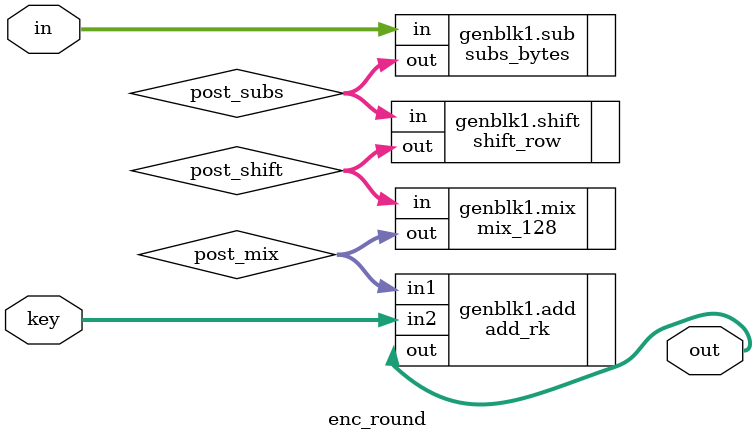
<source format=v>
module enc_round #(parameter ROUND = 1, ROUNDS = 10) (
  input [127:0] in,
  input [127:0] key,
  output [127:0] out
);

wire [127:0] post_subs;
wire [127:0] post_shift;
wire [127:0] post_mix;

generate
  if(ROUND == ROUNDS) begin

    subs_bytes sub (.in(in), .out(post_subs));
      
    shift_row shift (.in(post_subs), .out(post_shift));

    add_rk #(.WIDTH(128)) add (.in1(post_shift), .in2(key), .out(out));

  end
  else begin

    subs_bytes sub (.in(in), .out(post_subs));
      
    shift_row shift (.in(post_subs), .out(post_shift));

    mix_128 mix (.in(post_shift), .out(post_mix));

    add_rk #(.WIDTH(128)) add (.in1(post_mix), .in2(key), .out(out));

  end
endgenerate





endmodule
</source>
